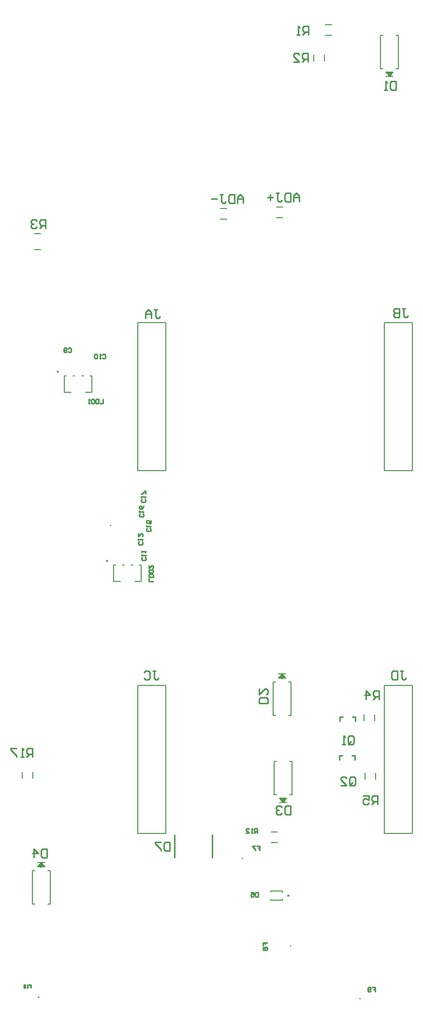
<source format=gbo>
G04*
G04 #@! TF.GenerationSoftware,Altium Limited,Altium Designer,18.1.9 (240)*
G04*
G04 Layer_Color=32896*
%FSLAX25Y25*%
%MOIN*%
G70*
G01*
G75*
%ADD10C,0.00787*%
%ADD12C,0.01000*%
%ADD13C,0.00600*%
%ADD74C,0.01500*%
%ADD94C,0.00984*%
%ADD95C,0.00200*%
D10*
X-9749Y-300999D02*
X9751D01*
X-9749D02*
Y-198999D01*
X9751D01*
Y-300999D02*
Y-198999D01*
X179751Y-300999D02*
Y-198999D01*
X160250D02*
X179751D01*
X160250Y-300999D02*
Y-198999D01*
Y-300999D02*
X179751D01*
Y-50999D02*
Y51001D01*
X160250D02*
X179751D01*
X160250Y-50999D02*
Y51001D01*
Y-50999D02*
X179751D01*
X-9749D02*
X9751D01*
X-9749D02*
Y51001D01*
X9751D01*
Y-50999D02*
Y51001D01*
D12*
X41580Y-317841D02*
Y-302093D01*
X15596Y-317841D02*
Y-302093D01*
X-82291Y-248416D02*
Y-242418D01*
X-85290D01*
X-86290Y-243417D01*
Y-245417D01*
X-85290Y-246416D01*
X-82291D01*
X-84290D02*
X-86290Y-248416D01*
X-88289D02*
X-90289D01*
X-89289D01*
Y-242418D01*
X-88289Y-243417D01*
X-93287Y-242418D02*
X-97286D01*
Y-243417D01*
X-93287Y-247416D01*
Y-248416D01*
X171198Y-189041D02*
X173197D01*
X172198D01*
Y-194040D01*
X173197Y-195039D01*
X174197D01*
X175197Y-194040D01*
X169199Y-189041D02*
Y-195039D01*
X166200D01*
X165200Y-194040D01*
Y-190041D01*
X166200Y-189041D01*
X169199D01*
X726Y-189199D02*
X2725D01*
X1725D01*
Y-194197D01*
X2725Y-195197D01*
X3725D01*
X4724Y-194197D01*
X-5272Y-190199D02*
X-4273Y-189199D01*
X-2273D01*
X-1274Y-190199D01*
Y-194197D01*
X-2273Y-195197D01*
X-4273D01*
X-5272Y-194197D01*
X1434Y59935D02*
X3434D01*
X2434D01*
Y54937D01*
X3434Y53937D01*
X4433D01*
X5433Y54937D01*
X-565Y53937D02*
Y57936D01*
X-2564Y59935D01*
X-4564Y57936D01*
Y53937D01*
Y56936D01*
X-565D01*
X172537Y60408D02*
X174536D01*
X173536D01*
Y55409D01*
X174536Y54409D01*
X175536D01*
X176535Y55409D01*
X170537Y60408D02*
Y54409D01*
X167538D01*
X166539Y55409D01*
Y56409D01*
X167538Y57408D01*
X170537D01*
X167538D01*
X166539Y58408D01*
Y59408D01*
X167538Y60408D01*
X170537D01*
X874Y-127388D02*
X-2125D01*
Y-125388D01*
X874Y-124389D02*
X-2125D01*
Y-122889D01*
X-1625Y-122389D01*
X375D01*
X874Y-122889D01*
Y-124389D01*
Y-119890D02*
Y-120890D01*
X375Y-121389D01*
X-1625D01*
X-2125Y-120890D01*
Y-119890D01*
X-1625Y-119390D01*
X375D01*
X874Y-119890D01*
X-2125Y-116391D02*
Y-118391D01*
X-125Y-116391D01*
X375D01*
X874Y-116891D01*
Y-117891D01*
X375Y-118391D01*
X-4811Y-70593D02*
X-4311Y-71093D01*
Y-72093D01*
X-4811Y-72593D01*
X-6810D01*
X-7310Y-72093D01*
Y-71093D01*
X-6810Y-70593D01*
X-7310Y-69594D02*
Y-68594D01*
Y-69094D01*
X-4311D01*
X-4811Y-69594D01*
X-4311Y-67094D02*
Y-65095D01*
X-4811D01*
X-6810Y-67094D01*
X-7310D01*
X-6141Y-80833D02*
X-5641Y-81333D01*
Y-82333D01*
X-6141Y-82833D01*
X-8140D01*
X-8640Y-82333D01*
Y-81333D01*
X-8140Y-80833D01*
X-8640Y-79834D02*
Y-78834D01*
Y-79334D01*
X-5641D01*
X-6141Y-79834D01*
X-5641Y-75335D02*
X-6141Y-76335D01*
X-7141Y-77334D01*
X-8140D01*
X-8640Y-76835D01*
Y-75835D01*
X-8140Y-75335D01*
X-7640D01*
X-7141Y-75835D01*
Y-77334D01*
X-1266Y-90878D02*
X-766Y-91378D01*
Y-92378D01*
X-1266Y-92878D01*
X-3265D01*
X-3765Y-92378D01*
Y-91378D01*
X-3265Y-90878D01*
X-3765Y-89879D02*
Y-88879D01*
Y-89379D01*
X-766D01*
X-1266Y-89879D01*
X-766Y-85380D02*
Y-87379D01*
X-2266D01*
X-1766Y-86380D01*
Y-85880D01*
X-2266Y-85380D01*
X-3265D01*
X-3765Y-85880D01*
Y-86880D01*
X-3265Y-87379D01*
X-6830Y-100086D02*
X-6330Y-100586D01*
Y-101586D01*
X-6830Y-102086D01*
X-8829D01*
X-9329Y-101586D01*
Y-100586D01*
X-8829Y-100086D01*
X-9329Y-99087D02*
Y-98087D01*
Y-98587D01*
X-6330D01*
X-6830Y-99087D01*
X-9329Y-94588D02*
Y-96588D01*
X-7330Y-94588D01*
X-6830D01*
X-6330Y-95088D01*
Y-96088D01*
X-6830Y-96588D01*
X-4615Y-110769D02*
X-4115Y-111269D01*
Y-112269D01*
X-4615Y-112769D01*
X-6614D01*
X-7114Y-112269D01*
Y-111269D01*
X-6614Y-110769D01*
X-7114Y-109770D02*
Y-108770D01*
Y-109270D01*
X-4115D01*
X-4615Y-109770D01*
X-7114Y-107271D02*
Y-106271D01*
Y-106771D01*
X-4115D01*
X-4615Y-107271D01*
X72575Y-300630D02*
Y-297631D01*
X71075D01*
X70576Y-298131D01*
Y-299131D01*
X71075Y-299630D01*
X72575D01*
X71575D02*
X70576Y-300630D01*
X69576D02*
X68576D01*
X69076D01*
Y-297631D01*
X69576Y-298131D01*
X65077Y-300630D02*
X67077D01*
X65077Y-298631D01*
Y-298131D01*
X65577Y-297631D01*
X66577D01*
X67077Y-298131D01*
X155535Y-281086D02*
Y-275088D01*
X152536D01*
X151536Y-276087D01*
Y-278087D01*
X152536Y-279086D01*
X155535D01*
X153536D02*
X151536Y-281086D01*
X145538Y-275088D02*
X149537D01*
Y-278087D01*
X147538Y-277087D01*
X146538D01*
X145538Y-278087D01*
Y-280086D01*
X146538Y-281086D01*
X148537D01*
X149537Y-280086D01*
X156558Y-208916D02*
Y-202918D01*
X153559D01*
X152559Y-203917D01*
Y-205917D01*
X153559Y-206916D01*
X156558D01*
X154559D02*
X152559Y-208916D01*
X147561D02*
Y-202918D01*
X150560Y-205917D01*
X146562D01*
X-73261Y115784D02*
Y121782D01*
X-76260D01*
X-77260Y120783D01*
Y118783D01*
X-76260Y117784D01*
X-73261D01*
X-75261D02*
X-77260Y115784D01*
X-79259Y120783D02*
X-80259Y121782D01*
X-82258D01*
X-83258Y120783D01*
Y119783D01*
X-82258Y118783D01*
X-81259D01*
X-82258D01*
X-83258Y117784D01*
Y116784D01*
X-82258Y115784D01*
X-80259D01*
X-79259Y116784D01*
X107520Y230591D02*
Y236589D01*
X104521D01*
X103521Y235589D01*
Y233590D01*
X104521Y232590D01*
X107520D01*
X105520D02*
X103521Y230591D01*
X97523D02*
X101522D01*
X97523Y234589D01*
Y235589D01*
X98523Y236589D01*
X100522D01*
X101522Y235589D01*
X107992Y249370D02*
Y255368D01*
X104993D01*
X103993Y254368D01*
Y252369D01*
X104993Y251369D01*
X107992D01*
X105993D02*
X103993Y249370D01*
X101994D02*
X99995D01*
X100994D01*
Y255368D01*
X101994Y254368D01*
X136275Y-267159D02*
Y-263160D01*
X137275Y-262161D01*
X139274D01*
X140274Y-263160D01*
Y-267159D01*
X139274Y-268159D01*
X137275D01*
X138275Y-266159D02*
X136275Y-268159D01*
X137275D02*
X136275Y-267159D01*
X130277Y-268159D02*
X134276D01*
X130277Y-264160D01*
Y-263160D01*
X131277Y-262161D01*
X133276D01*
X134276Y-263160D01*
X135225Y-238598D02*
Y-234599D01*
X136225Y-233600D01*
X138224D01*
X139224Y-234599D01*
Y-238598D01*
X138224Y-239598D01*
X136225D01*
X137225Y-237598D02*
X135225Y-239598D01*
X136225D02*
X135225Y-238598D01*
X133226Y-239598D02*
X131227D01*
X132226D01*
Y-233600D01*
X133226Y-234599D01*
X-33802Y-1803D02*
Y-4802D01*
X-35801D01*
X-36801Y-1803D02*
Y-4802D01*
X-38300D01*
X-38800Y-4302D01*
Y-2303D01*
X-38300Y-1803D01*
X-36801D01*
X-41299D02*
X-40300D01*
X-39800Y-2303D01*
Y-4302D01*
X-40300Y-4802D01*
X-41299D01*
X-41799Y-4302D01*
Y-2303D01*
X-41299Y-1803D01*
X-42799Y-4802D02*
X-43798D01*
X-43299D01*
Y-1803D01*
X-42799Y-2303D01*
X-84601Y-405442D02*
X-83268D01*
Y-406441D01*
X-83934D01*
X-83268D01*
Y-407441D01*
X-85267D02*
X-85934D01*
X-85600D01*
Y-405442D01*
X-85267Y-405775D01*
X-88266Y-407441D02*
X-86933D01*
X-88266Y-406108D01*
Y-405775D01*
X-87933Y-405442D01*
X-87266D01*
X-86933Y-405775D01*
X151900Y-407123D02*
X153899D01*
Y-408622D01*
X152899D01*
X153899D01*
Y-410122D01*
X150900Y-409622D02*
X150400Y-410122D01*
X149400D01*
X148901Y-409622D01*
Y-407622D01*
X149400Y-407123D01*
X150400D01*
X150900Y-407622D01*
Y-408122D01*
X150400Y-408622D01*
X148901D01*
X76586Y-378437D02*
Y-376437D01*
X78085D01*
Y-377437D01*
Y-376437D01*
X79585D01*
X77085Y-379436D02*
X76586Y-379936D01*
Y-380936D01*
X77085Y-381436D01*
X77585D01*
X78085Y-380936D01*
X78585Y-381436D01*
X79085D01*
X79585Y-380936D01*
Y-379936D01*
X79085Y-379436D01*
X78585D01*
X78085Y-379936D01*
X77585Y-379436D01*
X77085D01*
X78085Y-379936D02*
Y-380936D01*
X72392Y-309694D02*
X74391D01*
Y-311193D01*
X73391D01*
X74391D01*
Y-312693D01*
X71392Y-309694D02*
X69393D01*
Y-310193D01*
X71392Y-312193D01*
Y-312693D01*
X-72337Y-311915D02*
Y-317913D01*
X-75336D01*
X-76336Y-316913D01*
Y-312915D01*
X-75336Y-311915D01*
X-72337D01*
X-81334Y-317913D02*
Y-311915D01*
X-78335Y-314914D01*
X-82334D01*
X12258Y-307151D02*
Y-313149D01*
X9259D01*
X8259Y-312149D01*
Y-308150D01*
X9259Y-307151D01*
X12258D01*
X6260D02*
X2261D01*
Y-308150D01*
X6260Y-312149D01*
Y-313149D01*
X95512Y-281994D02*
Y-287992D01*
X92513D01*
X91513Y-286993D01*
Y-282994D01*
X92513Y-281994D01*
X95512D01*
X89514Y-282994D02*
X88514Y-281994D01*
X86515D01*
X85515Y-282994D01*
Y-283993D01*
X86515Y-284993D01*
X87514D01*
X86515D01*
X85515Y-285993D01*
Y-286993D01*
X86515Y-287992D01*
X88514D01*
X89514Y-286993D01*
X79820Y-211301D02*
X73822D01*
Y-208302D01*
X74822Y-207302D01*
X78820D01*
X79820Y-208302D01*
Y-211301D01*
X73822Y-201304D02*
Y-205303D01*
X77821Y-201304D01*
X78820D01*
X79820Y-202304D01*
Y-204303D01*
X78820Y-205303D01*
X168389Y217239D02*
Y211241D01*
X165390D01*
X164390Y212241D01*
Y216239D01*
X165390Y217239D01*
X168389D01*
X162391Y211241D02*
X160392D01*
X161391D01*
Y217239D01*
X162391Y216239D01*
X73108Y-341911D02*
Y-344910D01*
X71608D01*
X71109Y-344410D01*
Y-342410D01*
X71608Y-341911D01*
X73108D01*
X68110D02*
X70109D01*
Y-343410D01*
X69109Y-342910D01*
X68609D01*
X68110Y-343410D01*
Y-344410D01*
X68609Y-344910D01*
X69609D01*
X70109Y-344410D01*
X-34186Y28697D02*
X-33687Y29196D01*
X-32687D01*
X-32187Y28697D01*
Y26697D01*
X-32687Y26197D01*
X-33687D01*
X-34186Y26697D01*
X-35186Y26197D02*
X-36186D01*
X-35686D01*
Y29196D01*
X-35186Y28697D01*
X-37685D02*
X-38185Y29196D01*
X-39185D01*
X-39685Y28697D01*
Y26697D01*
X-39185Y26197D01*
X-38185D01*
X-37685Y26697D01*
Y28697D01*
X-57578Y33029D02*
X-57079Y33529D01*
X-56079D01*
X-55579Y33029D01*
Y31030D01*
X-56079Y30530D01*
X-57079D01*
X-57578Y31030D01*
X-58578D02*
X-59078Y30530D01*
X-60078D01*
X-60577Y31030D01*
Y33029D01*
X-60078Y33529D01*
X-59078D01*
X-58578Y33029D01*
Y32530D01*
X-59078Y32030D01*
X-60577D01*
X63007Y133246D02*
Y137244D01*
X61008Y139244D01*
X59009Y137244D01*
Y133246D01*
Y136245D01*
X63007D01*
X57009Y139244D02*
Y133246D01*
X54010D01*
X53011Y134246D01*
Y138244D01*
X54010Y139244D01*
X57009D01*
X47012D02*
X49012D01*
X48012D01*
Y134246D01*
X49012Y133246D01*
X50011D01*
X51011Y134246D01*
X45013Y136245D02*
X41014D01*
X101699Y134327D02*
Y138326D01*
X99700Y140325D01*
X97701Y138326D01*
Y134327D01*
Y137326D01*
X101699D01*
X95701Y140325D02*
Y134327D01*
X92702D01*
X91703Y135327D01*
Y139325D01*
X92702Y140325D01*
X95701D01*
X85704D02*
X87704D01*
X86704D01*
Y135327D01*
X87704Y134327D01*
X88704D01*
X89703Y135327D01*
X83705Y137326D02*
X79706D01*
X81706Y139325D02*
Y135327D01*
D13*
X-77661Y-413933D02*
G03*
X-77661Y-413933I-300J0D01*
G01*
X-28192Y-88875D02*
G03*
X-28192Y-88875I-300J0D01*
G01*
X143792Y-415019D02*
G03*
X143792Y-415019I-300J0D01*
G01*
X-64387Y16996D02*
G03*
X-64387Y16996I-500J0D01*
G01*
X-30357Y-113260D02*
G03*
X-30357Y-113260I-500J0D01*
G01*
X62813Y-318338D02*
G03*
X62813Y-318338I-300J0D01*
G01*
X95977Y-378668D02*
G03*
X95977Y-378668I-300J0D01*
G01*
X-89344Y-262997D02*
Y-258726D01*
X-82045Y-262997D02*
Y-258726D01*
X118837Y231389D02*
Y235661D01*
X111538Y231389D02*
Y235661D01*
X119508Y248970D02*
X123780D01*
X119508Y256269D02*
X123780D01*
X-81137Y112086D02*
X-76866D01*
X-81137Y101243D02*
X-76866D01*
X82375Y-299978D02*
X86646D01*
X82375Y-307277D02*
X86646D01*
X154338Y-263831D02*
Y-259560D01*
X147038Y-263831D02*
Y-259560D01*
X153628Y-223493D02*
Y-219222D01*
X146328Y-223493D02*
Y-219222D01*
X-60387Y2960D02*
Y14196D01*
X-45822Y2960D02*
X-41276D01*
Y14196D01*
X-60387Y2960D02*
X-55842D01*
X-42666Y14196D02*
X-41276D01*
X-48422D02*
X-47186D01*
X-54477D02*
X-53242D01*
X-60387D02*
X-58997D01*
X-76282Y-324208D02*
X-75876Y-323640D01*
X-82530Y-326704D02*
X-80801D01*
X-82530Y-349712D02*
Y-326704D01*
X-71764Y-349712D02*
X-70034D01*
Y-326704D01*
X-78782Y-324204D02*
X-73782D01*
X-76282Y-321204D02*
X-75876Y-323640D01*
X-76282Y-321204D02*
X-75282Y-324204D01*
X-76282Y-321204D02*
X-74782Y-324204D01*
X-76282Y-321204D02*
X-74282Y-324204D01*
X-76282Y-321204D02*
X-73782Y-324204D01*
X-76688Y-323640D02*
X-76282Y-321204D01*
X-77282Y-324204D02*
X-76282Y-321204D01*
X-77782Y-324204D02*
X-76282Y-321204D01*
X-78282Y-324204D02*
X-76282Y-321204D01*
X-78782Y-324204D02*
X-76282Y-321204D01*
X-78782D02*
X-73782D01*
X-71764Y-326704D02*
X-70034D01*
X-82530Y-349712D02*
X-80801D01*
X-26357Y-116060D02*
X-24968D01*
X-20448D02*
X-19212D01*
X-14392D02*
X-13157D01*
X-8636D02*
X-7247D01*
X-26357Y-127296D02*
X-21812D01*
X-7247D02*
Y-116060D01*
X-11792Y-127296D02*
X-7247D01*
X-26357D02*
Y-116060D01*
X47368Y122166D02*
X51640D01*
X47368Y129465D02*
X51640D01*
X89977Y-341752D02*
Y-340712D01*
X81877D02*
X89977D01*
X81877Y-347012D02*
Y-346272D01*
Y-347012D02*
X89977D01*
Y-345972D01*
X81877Y-341452D02*
Y-340712D01*
X86060Y130546D02*
X90332D01*
X86060Y123247D02*
X90332D01*
X89836Y-194262D02*
X90242Y-193693D01*
X83588Y-196758D02*
X85317D01*
X83588Y-219766D02*
Y-196758D01*
X94355Y-219766D02*
X96084D01*
Y-196758D01*
X87336Y-194258D02*
X92336D01*
X89836Y-191258D02*
X90242Y-193693D01*
X89836Y-191258D02*
X90836Y-194258D01*
X89836Y-191258D02*
X91336Y-194258D01*
X89836Y-191258D02*
X91836Y-194258D01*
X89836Y-191258D02*
X92336Y-194258D01*
X89430Y-193694D02*
X89836Y-191258D01*
X88836Y-194258D02*
X89836Y-191258D01*
X88336Y-194258D02*
X89836Y-191258D01*
X87836Y-194258D02*
X89836Y-191258D01*
X87336Y-194258D02*
X89836Y-191258D01*
X87336D02*
X92336D01*
X94355Y-196758D02*
X96084D01*
X83588Y-219766D02*
X85317D01*
X94881Y-251269D02*
X96610D01*
X84114Y-274277D02*
X85843D01*
X87862Y-279777D02*
X92862D01*
X90362D02*
X92862Y-276777D01*
X90362Y-279777D02*
X92362Y-276777D01*
X90362Y-279777D02*
X91862Y-276777D01*
X90362Y-279777D02*
X91362Y-276777D01*
X90362Y-279777D02*
X90768Y-277340D01*
X87862Y-276777D02*
X90362Y-279777D01*
X88362Y-276777D02*
X90362Y-279777D01*
X88862Y-276777D02*
X90362Y-279777D01*
X89362Y-276777D02*
X90362Y-279777D01*
X89956Y-277341D02*
X90362Y-279777D01*
X87862Y-276777D02*
X92862D01*
X84114Y-274277D02*
Y-251269D01*
X85843D01*
X96610Y-274277D02*
Y-251269D01*
X94881Y-274277D02*
X96610D01*
X89956Y-277341D02*
X90362Y-276773D01*
X168289Y249065D02*
X170018D01*
X157522Y226057D02*
X159251D01*
X161270Y220557D02*
X166270D01*
X163770D02*
X166270Y223557D01*
X163770Y220557D02*
X165770Y223557D01*
X163770Y220557D02*
X165270Y223557D01*
X163770Y220557D02*
X164770Y223557D01*
X163770Y220557D02*
X164176Y222993D01*
X161270Y223557D02*
X163770Y220557D01*
X161770Y223557D02*
X163770Y220557D01*
X162270Y223557D02*
X163770Y220557D01*
X162770Y223557D02*
X163770Y220557D01*
X163364Y222993D02*
X163770Y220557D01*
X161270Y223557D02*
X166270D01*
X157522Y226057D02*
Y249065D01*
X159251D01*
X170018Y226057D02*
Y249065D01*
X168289Y226057D02*
X170018D01*
X163364Y222993D02*
X163770Y223561D01*
D74*
X-76688Y-323640D02*
Y-322640D01*
X89430Y-193694D02*
Y-192694D01*
X90768Y-278340D02*
Y-277340D01*
X164176Y221993D02*
Y222993D01*
D94*
X129475Y-220698D02*
X131640D01*
X129475Y-223651D02*
Y-220698D01*
X138137D02*
X140105D01*
Y-223652D02*
Y-220698D01*
X129214Y-247431D02*
X131379D01*
X129214Y-250384D02*
Y-247431D01*
X137876D02*
X139844D01*
Y-250385D02*
Y-247431D01*
D95*
X94727Y-343196D02*
X93394Y-344529D01*
X94727D02*
X93394Y-343196D01*
X94727Y-343862D02*
X93394D01*
X94060Y-344529D02*
Y-343196D01*
M02*

</source>
